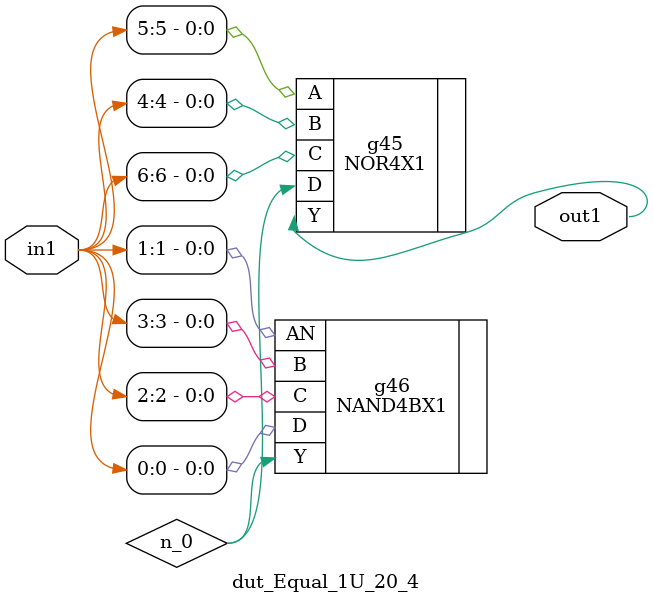
<source format=v>
`timescale 1ps / 1ps


module dut_Equal_1U_20_4(in1, out1);
  input [6:0] in1;
  output out1;
  wire [6:0] in1;
  wire out1;
  wire n_0;
  NOR4X1 g45(.A (in1[5]), .B (in1[4]), .C (in1[6]), .D (n_0), .Y
       (out1));
  NAND4BX1 g46(.AN (in1[1]), .B (in1[3]), .C (in1[2]), .D (in1[0]), .Y
       (n_0));
endmodule



</source>
